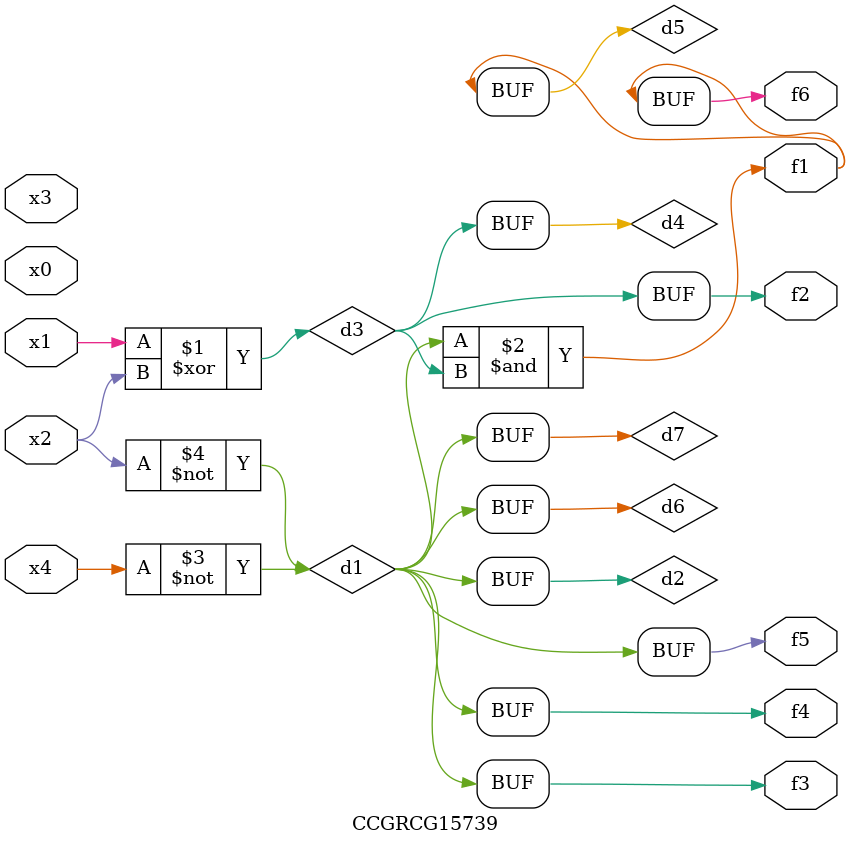
<source format=v>
module CCGRCG15739(
	input x0, x1, x2, x3, x4,
	output f1, f2, f3, f4, f5, f6
);

	wire d1, d2, d3, d4, d5, d6, d7;

	not (d1, x4);
	not (d2, x2);
	xor (d3, x1, x2);
	buf (d4, d3);
	and (d5, d1, d3);
	buf (d6, d1, d2);
	buf (d7, d2);
	assign f1 = d5;
	assign f2 = d4;
	assign f3 = d7;
	assign f4 = d7;
	assign f5 = d7;
	assign f6 = d5;
endmodule

</source>
